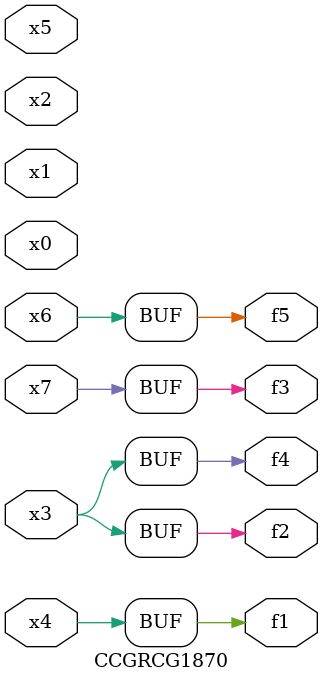
<source format=v>
module CCGRCG1870(
	input x0, x1, x2, x3, x4, x5, x6, x7,
	output f1, f2, f3, f4, f5
);
	assign f1 = x4;
	assign f2 = x3;
	assign f3 = x7;
	assign f4 = x3;
	assign f5 = x6;
endmodule

</source>
